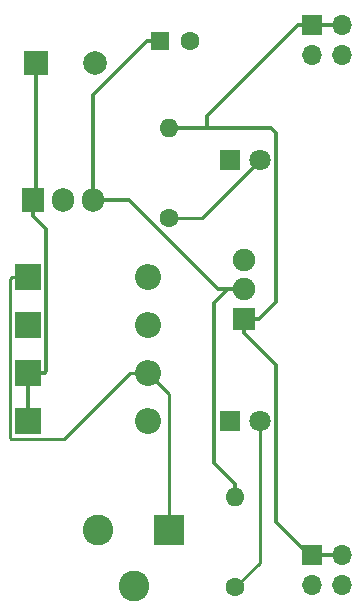
<source format=gtl>
G04 #@! TF.GenerationSoftware,KiCad,Pcbnew,(5.1.2)-1*
G04 #@! TF.CreationDate,2019-05-11T09:03:37-04:00*
G04 #@! TF.ProjectId,PowerSupply,506f7765-7253-4757-9070-6c792e6b6963,1*
G04 #@! TF.SameCoordinates,Original*
G04 #@! TF.FileFunction,Copper,L1,Top*
G04 #@! TF.FilePolarity,Positive*
%FSLAX46Y46*%
G04 Gerber Fmt 4.6, Leading zero omitted, Abs format (unit mm)*
G04 Created by KiCad (PCBNEW (5.1.2)-1) date 2019-05-11 09:03:37*
%MOMM*%
%LPD*%
G04 APERTURE LIST*
%ADD10R,2.200000X2.200000*%
%ADD11O,2.200000X2.200000*%
%ADD12O,1.600000X1.600000*%
%ADD13C,1.600000*%
%ADD14R,2.000000X2.000000*%
%ADD15C,2.000000*%
%ADD16R,1.600000X1.600000*%
%ADD17C,1.800000*%
%ADD18R,1.800000X1.800000*%
%ADD19R,2.600000X2.600000*%
%ADD20C,2.600000*%
%ADD21R,1.700000X1.700000*%
%ADD22O,1.700000X1.700000*%
%ADD23R,1.900000X1.900000*%
%ADD24C,1.900000*%
%ADD25R,1.905000X2.000000*%
%ADD26O,1.905000X2.000000*%
%ADD27C,0.300000*%
%ADD28C,0.250000*%
G04 APERTURE END LIST*
D10*
X104521000Y-108331000D03*
D11*
X114681000Y-108331000D03*
D12*
X116459000Y-87630000D03*
D13*
X116459000Y-95250000D03*
D14*
X105156000Y-82114000D03*
D15*
X110156000Y-82114000D03*
D16*
X115697000Y-80264000D03*
D13*
X118197000Y-80264000D03*
D10*
X104521000Y-100203000D03*
D11*
X114681000Y-100203000D03*
X114681000Y-112395000D03*
D10*
X104521000Y-112395000D03*
D11*
X114681000Y-104267000D03*
D10*
X104521000Y-104267000D03*
D17*
X124140000Y-112395000D03*
D18*
X121600000Y-112395000D03*
X121600000Y-90297000D03*
D17*
X124140000Y-90297000D03*
D19*
X116459000Y-121666000D03*
D20*
X110459000Y-121666000D03*
X113459000Y-126366000D03*
D21*
X128524000Y-78867000D03*
D22*
X131064000Y-78867000D03*
X128524000Y-81407000D03*
X131064000Y-81407000D03*
X131064000Y-126301000D03*
X128524000Y-126301000D03*
X131064000Y-123761000D03*
D21*
X128524000Y-123761000D03*
D13*
X122047000Y-126492000D03*
D12*
X122047000Y-118872000D03*
D23*
X122809000Y-103726000D03*
D24*
X122809000Y-101226000D03*
X122809000Y-98726000D03*
D25*
X104969000Y-93726000D03*
D26*
X107509000Y-93726000D03*
X110049000Y-93726000D03*
D27*
X105156000Y-93539000D02*
X104969000Y-93726000D01*
X105156000Y-82114000D02*
X105156000Y-93539000D01*
X104521000Y-110995000D02*
X104521000Y-108331000D01*
X104521000Y-112395000D02*
X104521000Y-110995000D01*
X104969000Y-95026000D02*
X104969000Y-93726000D01*
X106071001Y-96128001D02*
X104969000Y-95026000D01*
X106071001Y-108180999D02*
X106071001Y-96128001D01*
X105921000Y-108331000D02*
X106071001Y-108180999D01*
X104521000Y-108331000D02*
X105921000Y-108331000D01*
X120249999Y-102441499D02*
X121465498Y-101226000D01*
X120249999Y-115943629D02*
X120249999Y-102441499D01*
X122047000Y-117740630D02*
X120249999Y-115943629D01*
X122047000Y-118872000D02*
X122047000Y-117740630D01*
X110049000Y-92426000D02*
X110049000Y-93726000D01*
X110049000Y-84812000D02*
X110049000Y-92426000D01*
X114597000Y-80264000D02*
X110049000Y-84812000D01*
X115697000Y-80264000D02*
X114597000Y-80264000D01*
X121465498Y-101226000D02*
X122809000Y-101226000D01*
X120584998Y-101226000D02*
X121465498Y-101226000D01*
X113084998Y-93726000D02*
X120584998Y-101226000D01*
X110049000Y-93726000D02*
X113084998Y-93726000D01*
D28*
X116459000Y-110109000D02*
X114681000Y-108331000D01*
X116459000Y-121666000D02*
X116459000Y-110109000D01*
X102995999Y-100378001D02*
X103171000Y-100203000D01*
X102995999Y-113835001D02*
X102995999Y-100378001D01*
X103080999Y-113920001D02*
X102995999Y-113835001D01*
X107536365Y-113920001D02*
X103080999Y-113920001D01*
X103171000Y-100203000D02*
X104521000Y-100203000D01*
X113125366Y-108331000D02*
X107536365Y-113920001D01*
X114681000Y-108331000D02*
X113125366Y-108331000D01*
X124140000Y-124399000D02*
X124140000Y-112395000D01*
X122047000Y-126492000D02*
X124140000Y-124399000D01*
X117590370Y-95250000D02*
X116459000Y-95250000D01*
X119212002Y-95250000D02*
X117590370Y-95250000D01*
X123240001Y-91222001D02*
X119212002Y-95250000D01*
X123240001Y-91196999D02*
X123240001Y-91222001D01*
X124140000Y-90297000D02*
X123240001Y-91196999D01*
D27*
X131064000Y-123761000D02*
X128524000Y-123761000D01*
X122809000Y-104976000D02*
X122809000Y-103726000D01*
X125490001Y-107657001D02*
X122809000Y-104976000D01*
X125490001Y-120954766D02*
X125490001Y-107657001D01*
X128296235Y-123761000D02*
X125490001Y-120954766D01*
X128524000Y-123761000D02*
X128296235Y-123761000D01*
X122809000Y-103726000D02*
X122809000Y-103298002D01*
X131064000Y-78867000D02*
X128524000Y-78867000D01*
X125490001Y-102294999D02*
X125490001Y-88025001D01*
X122809000Y-103726000D02*
X124059000Y-103726000D01*
X124059000Y-103726000D02*
X125490001Y-102294999D01*
X125490001Y-88025001D02*
X125095000Y-87630000D01*
X119634000Y-86607000D02*
X119634000Y-87630000D01*
X127374000Y-78867000D02*
X119634000Y-86607000D01*
X128524000Y-78867000D02*
X127374000Y-78867000D01*
X125095000Y-87630000D02*
X119634000Y-87630000D01*
X119634000Y-87630000D02*
X116459000Y-87630000D01*
M02*

</source>
